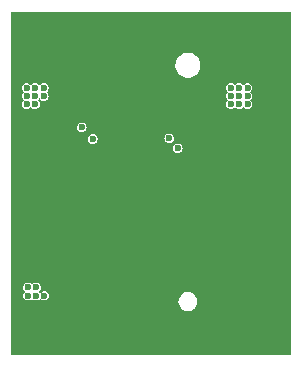
<source format=gbr>
%TF.GenerationSoftware,KiCad,Pcbnew,8.0.7*%
%TF.CreationDate,2025-04-01T17:50:48+03:00*%
%TF.ProjectId,RibbonExtentionCard,52696262-6f6e-4457-9874-656e74696f6e,rev?*%
%TF.SameCoordinates,Original*%
%TF.FileFunction,Copper,L3,Inr*%
%TF.FilePolarity,Positive*%
%FSLAX46Y46*%
G04 Gerber Fmt 4.6, Leading zero omitted, Abs format (unit mm)*
G04 Created by KiCad (PCBNEW 8.0.7) date 2025-04-01 17:50:48*
%MOMM*%
%LPD*%
G01*
G04 APERTURE LIST*
%TA.AperFunction,ViaPad*%
%ADD10C,0.600000*%
%TD*%
G04 APERTURE END LIST*
D10*
%TO.N,+3V3*%
X103550000Y-64900000D03*
X86300000Y-65600000D03*
X102150000Y-64900000D03*
X85550000Y-66300000D03*
X102150000Y-65600000D03*
X84950000Y-82500000D03*
X85650000Y-81800000D03*
X85650000Y-82500000D03*
X84850000Y-65600000D03*
X102850000Y-64900000D03*
X86350000Y-82500000D03*
X86300000Y-64900000D03*
X85550000Y-64900000D03*
X103550000Y-65600000D03*
X102150000Y-66300000D03*
X102850000Y-65600000D03*
X85550000Y-65600000D03*
X84850000Y-64900000D03*
X84950000Y-81800000D03*
X102850000Y-66300000D03*
X84850000Y-66300000D03*
X103550000Y-66300000D03*
%TO.N,GND*%
X94650000Y-81700000D03*
X91850000Y-74250000D03*
X83950000Y-72050000D03*
X105750000Y-81350000D03*
X91850000Y-72750000D03*
X105750000Y-74350000D03*
X91850000Y-77250000D03*
X89450000Y-75750000D03*
X105750000Y-64450000D03*
X99300000Y-68500000D03*
X83950000Y-65550000D03*
X91850000Y-71250000D03*
X99300000Y-81450000D03*
X99300000Y-67400000D03*
X83950000Y-68850000D03*
X99400000Y-59500000D03*
X89450000Y-72750000D03*
X98250000Y-84350000D03*
X83950000Y-80300000D03*
X83950000Y-70400000D03*
X91900000Y-63950000D03*
X89450000Y-77250000D03*
X89450000Y-78750000D03*
X83950000Y-77100000D03*
X105750000Y-61650000D03*
X99300000Y-72500000D03*
X83950000Y-75450000D03*
X83950000Y-73900000D03*
X94650000Y-72750000D03*
X105750000Y-77150000D03*
X95750000Y-60000000D03*
X91650000Y-67400000D03*
X83950000Y-64000000D03*
X99300000Y-78500000D03*
X99300000Y-86400000D03*
X90150000Y-61900000D03*
X105750000Y-80000000D03*
X83950000Y-67200000D03*
X105750000Y-78550000D03*
X89450000Y-80250000D03*
X105750000Y-65900000D03*
X86100000Y-63750000D03*
X85250000Y-63000000D03*
X105750000Y-70100000D03*
X91850000Y-78750000D03*
X89450000Y-81700000D03*
X94650000Y-77250000D03*
X94500000Y-84700000D03*
X89450000Y-74250000D03*
X105750000Y-63100000D03*
X99300000Y-80000000D03*
X99300000Y-75500000D03*
X93050000Y-60000000D03*
X99400000Y-60500000D03*
X94650000Y-75750000D03*
X91400000Y-83750000D03*
X99300000Y-71000000D03*
X94650000Y-69000000D03*
X94650000Y-78750000D03*
X83950000Y-78750000D03*
X99300000Y-85500000D03*
X89450000Y-71250000D03*
X105750000Y-67350000D03*
X105750000Y-71550000D03*
X91850000Y-75750000D03*
X105750000Y-84250000D03*
X83950000Y-81950000D03*
X94650000Y-71250000D03*
X92600000Y-84750000D03*
X94700000Y-63900000D03*
X96600000Y-62900000D03*
X105750000Y-68700000D03*
X91850000Y-81700000D03*
X94650000Y-67400000D03*
X105750000Y-75800000D03*
X105750000Y-72900000D03*
X94650000Y-80250000D03*
X91850000Y-80250000D03*
X99300000Y-74000000D03*
X94650000Y-74250000D03*
X99300000Y-77000000D03*
X105750000Y-82800000D03*
X86100000Y-63000000D03*
X90150000Y-60000000D03*
X89450000Y-69800000D03*
X85250000Y-63750000D03*
%TO.N,PCIe_PCH_CLKREQ#*%
X89510000Y-68249936D03*
X96920000Y-69180000D03*
%TO.N,PERST#*%
X97640000Y-70020000D03*
X90450000Y-69240000D03*
%TD*%
%TA.AperFunction,Conductor*%
%TO.N,GND*%
G36*
X107188577Y-58511923D02*
G01*
X107200000Y-58539500D01*
X107200000Y-87460500D01*
X107188577Y-87488077D01*
X107161000Y-87499500D01*
X83539500Y-87499500D01*
X83511923Y-87488077D01*
X83500500Y-87460500D01*
X83500500Y-82921156D01*
X97699614Y-82921156D01*
X97699614Y-83078844D01*
X97720123Y-83181948D01*
X97730378Y-83233503D01*
X97730380Y-83233507D01*
X97790722Y-83379185D01*
X97790723Y-83379187D01*
X97878324Y-83510292D01*
X97878327Y-83510295D01*
X97878328Y-83510297D01*
X97989830Y-83621799D01*
X98120942Y-83709405D01*
X98266619Y-83769746D01*
X98266623Y-83769748D01*
X98266624Y-83769748D01*
X98266626Y-83769749D01*
X98421283Y-83800513D01*
X98421287Y-83800513D01*
X98578967Y-83800513D01*
X98578971Y-83800513D01*
X98733628Y-83769749D01*
X98879312Y-83709405D01*
X99010424Y-83621799D01*
X99121926Y-83510297D01*
X99209532Y-83379185D01*
X99269876Y-83233501D01*
X99300640Y-83078844D01*
X99300640Y-82921156D01*
X99269876Y-82766499D01*
X99209532Y-82620815D01*
X99209530Y-82620812D01*
X99121929Y-82489707D01*
X99121924Y-82489701D01*
X99010425Y-82378202D01*
X99010419Y-82378197D01*
X98879314Y-82290596D01*
X98879312Y-82290595D01*
X98733634Y-82230253D01*
X98733630Y-82230251D01*
X98682075Y-82219996D01*
X98578971Y-82199487D01*
X98421283Y-82199487D01*
X98332907Y-82217066D01*
X98266623Y-82230251D01*
X98266619Y-82230253D01*
X98120941Y-82290595D01*
X98120939Y-82290596D01*
X97989834Y-82378197D01*
X97989828Y-82378202D01*
X97878329Y-82489701D01*
X97878324Y-82489707D01*
X97790723Y-82620812D01*
X97790722Y-82620814D01*
X97730380Y-82766492D01*
X97730378Y-82766496D01*
X97717808Y-82829690D01*
X97699614Y-82921156D01*
X83500500Y-82921156D01*
X83500500Y-81800000D01*
X84542483Y-81800000D01*
X84562427Y-81925930D01*
X84620309Y-82039527D01*
X84620313Y-82039533D01*
X84703203Y-82122423D01*
X84714626Y-82150000D01*
X84703203Y-82177577D01*
X84620313Y-82260466D01*
X84620309Y-82260472D01*
X84562427Y-82374069D01*
X84542483Y-82500000D01*
X84562427Y-82625930D01*
X84618193Y-82735374D01*
X84620312Y-82739532D01*
X84710468Y-82829688D01*
X84710472Y-82829690D01*
X84824069Y-82887572D01*
X84841287Y-82890298D01*
X84950000Y-82907517D01*
X85075930Y-82887572D01*
X85189532Y-82829688D01*
X85272423Y-82746797D01*
X85300000Y-82735374D01*
X85327577Y-82746797D01*
X85410468Y-82829688D01*
X85410472Y-82829690D01*
X85524069Y-82887572D01*
X85541287Y-82890298D01*
X85650000Y-82907517D01*
X85775930Y-82887572D01*
X85889532Y-82829688D01*
X85972423Y-82746797D01*
X86000000Y-82735374D01*
X86027577Y-82746797D01*
X86110468Y-82829688D01*
X86110472Y-82829690D01*
X86224069Y-82887572D01*
X86241287Y-82890298D01*
X86350000Y-82907517D01*
X86475930Y-82887572D01*
X86589532Y-82829688D01*
X86679688Y-82739532D01*
X86737572Y-82625930D01*
X86757517Y-82500000D01*
X86740298Y-82391287D01*
X86737572Y-82374069D01*
X86679690Y-82260472D01*
X86679688Y-82260468D01*
X86589532Y-82170312D01*
X86589529Y-82170310D01*
X86589527Y-82170309D01*
X86475930Y-82112427D01*
X86350000Y-82092483D01*
X86224069Y-82112427D01*
X86110472Y-82170309D01*
X86110466Y-82170313D01*
X86027577Y-82253203D01*
X86000000Y-82264626D01*
X85972423Y-82253203D01*
X85896797Y-82177577D01*
X85885374Y-82150000D01*
X85896797Y-82122423D01*
X85926737Y-82092483D01*
X85979688Y-82039532D01*
X86037572Y-81925930D01*
X86057517Y-81800000D01*
X86037572Y-81674070D01*
X86037572Y-81674069D01*
X85979690Y-81560472D01*
X85979688Y-81560468D01*
X85889532Y-81470312D01*
X85889529Y-81470310D01*
X85889527Y-81470309D01*
X85775930Y-81412427D01*
X85650000Y-81392483D01*
X85524069Y-81412427D01*
X85410472Y-81470309D01*
X85410466Y-81470313D01*
X85327577Y-81553203D01*
X85300000Y-81564626D01*
X85272423Y-81553203D01*
X85189533Y-81470313D01*
X85189532Y-81470312D01*
X85189529Y-81470310D01*
X85189527Y-81470309D01*
X85075930Y-81412427D01*
X84950000Y-81392483D01*
X84824069Y-81412427D01*
X84710472Y-81470309D01*
X84710466Y-81470313D01*
X84620313Y-81560466D01*
X84620309Y-81560472D01*
X84562427Y-81674069D01*
X84542483Y-81800000D01*
X83500500Y-81800000D01*
X83500500Y-70020000D01*
X97232483Y-70020000D01*
X97252427Y-70145930D01*
X97310309Y-70259527D01*
X97310312Y-70259532D01*
X97400468Y-70349688D01*
X97400472Y-70349690D01*
X97514069Y-70407572D01*
X97531287Y-70410298D01*
X97640000Y-70427517D01*
X97765930Y-70407572D01*
X97879532Y-70349688D01*
X97969688Y-70259532D01*
X98027572Y-70145930D01*
X98047517Y-70020000D01*
X98027572Y-69894070D01*
X98027572Y-69894069D01*
X97969690Y-69780472D01*
X97969688Y-69780468D01*
X97879532Y-69690312D01*
X97879529Y-69690310D01*
X97879527Y-69690309D01*
X97765930Y-69632427D01*
X97640000Y-69612483D01*
X97514069Y-69632427D01*
X97400472Y-69690309D01*
X97400466Y-69690313D01*
X97310313Y-69780466D01*
X97310309Y-69780472D01*
X97252427Y-69894069D01*
X97232483Y-70020000D01*
X83500500Y-70020000D01*
X83500500Y-69240000D01*
X90042483Y-69240000D01*
X90062427Y-69365930D01*
X90120309Y-69479527D01*
X90120312Y-69479532D01*
X90210468Y-69569688D01*
X90210472Y-69569690D01*
X90324069Y-69627572D01*
X90341287Y-69630298D01*
X90450000Y-69647517D01*
X90575930Y-69627572D01*
X90689532Y-69569688D01*
X90779688Y-69479532D01*
X90837572Y-69365930D01*
X90857517Y-69240000D01*
X90848014Y-69180000D01*
X96512483Y-69180000D01*
X96532427Y-69305930D01*
X96590309Y-69419527D01*
X96590312Y-69419532D01*
X96680468Y-69509688D01*
X96680472Y-69509690D01*
X96794069Y-69567572D01*
X96807430Y-69569688D01*
X96920000Y-69587517D01*
X97045930Y-69567572D01*
X97159532Y-69509688D01*
X97249688Y-69419532D01*
X97307572Y-69305930D01*
X97327517Y-69180000D01*
X97307572Y-69054070D01*
X97307572Y-69054069D01*
X97249690Y-68940472D01*
X97249688Y-68940468D01*
X97159532Y-68850312D01*
X97159529Y-68850310D01*
X97159527Y-68850309D01*
X97045930Y-68792427D01*
X96920000Y-68772483D01*
X96794069Y-68792427D01*
X96680472Y-68850309D01*
X96680466Y-68850313D01*
X96590313Y-68940466D01*
X96590309Y-68940472D01*
X96532427Y-69054069D01*
X96512483Y-69180000D01*
X90848014Y-69180000D01*
X90837572Y-69114070D01*
X90837572Y-69114069D01*
X90779690Y-69000472D01*
X90779688Y-69000468D01*
X90689532Y-68910312D01*
X90689529Y-68910310D01*
X90689527Y-68910309D01*
X90575930Y-68852427D01*
X90450000Y-68832483D01*
X90324069Y-68852427D01*
X90210472Y-68910309D01*
X90210466Y-68910313D01*
X90120313Y-69000466D01*
X90120309Y-69000472D01*
X90062427Y-69114069D01*
X90042483Y-69240000D01*
X83500500Y-69240000D01*
X83500500Y-68249936D01*
X89102483Y-68249936D01*
X89122427Y-68375866D01*
X89180309Y-68489463D01*
X89180312Y-68489468D01*
X89270468Y-68579624D01*
X89270472Y-68579626D01*
X89384069Y-68637508D01*
X89401287Y-68640234D01*
X89510000Y-68657453D01*
X89635930Y-68637508D01*
X89749532Y-68579624D01*
X89839688Y-68489468D01*
X89897572Y-68375866D01*
X89917517Y-68249936D01*
X89897572Y-68124006D01*
X89897572Y-68124005D01*
X89839690Y-68010408D01*
X89839688Y-68010404D01*
X89749532Y-67920248D01*
X89749529Y-67920246D01*
X89749527Y-67920245D01*
X89635930Y-67862363D01*
X89510000Y-67842419D01*
X89384069Y-67862363D01*
X89270472Y-67920245D01*
X89270466Y-67920249D01*
X89180313Y-68010402D01*
X89180309Y-68010408D01*
X89122427Y-68124005D01*
X89102483Y-68249936D01*
X83500500Y-68249936D01*
X83500500Y-64900000D01*
X84442483Y-64900000D01*
X84462427Y-65025930D01*
X84501064Y-65101757D01*
X84520311Y-65139531D01*
X84520313Y-65139533D01*
X84603203Y-65222423D01*
X84614626Y-65250000D01*
X84603203Y-65277577D01*
X84520313Y-65360466D01*
X84520309Y-65360472D01*
X84462427Y-65474069D01*
X84442483Y-65600000D01*
X84462427Y-65725930D01*
X84501064Y-65801757D01*
X84520311Y-65839531D01*
X84520313Y-65839533D01*
X84603203Y-65922423D01*
X84614626Y-65950000D01*
X84603203Y-65977577D01*
X84520313Y-66060466D01*
X84520309Y-66060472D01*
X84462427Y-66174069D01*
X84442483Y-66300000D01*
X84462427Y-66425930D01*
X84518193Y-66535374D01*
X84520312Y-66539532D01*
X84610468Y-66629688D01*
X84610472Y-66629690D01*
X84724069Y-66687572D01*
X84741287Y-66690298D01*
X84850000Y-66707517D01*
X84975930Y-66687572D01*
X85089532Y-66629688D01*
X85172423Y-66546797D01*
X85200000Y-66535374D01*
X85227577Y-66546797D01*
X85310468Y-66629688D01*
X85310472Y-66629690D01*
X85424069Y-66687572D01*
X85441287Y-66690298D01*
X85550000Y-66707517D01*
X85675930Y-66687572D01*
X85789532Y-66629688D01*
X85879688Y-66539532D01*
X85937572Y-66425930D01*
X85957517Y-66300000D01*
X85937572Y-66174070D01*
X85937572Y-66174069D01*
X85879690Y-66060472D01*
X85879688Y-66060468D01*
X85796797Y-65977577D01*
X85785374Y-65950000D01*
X85796797Y-65922423D01*
X85879685Y-65839535D01*
X85879687Y-65839533D01*
X85879688Y-65839532D01*
X85890250Y-65818801D01*
X85912948Y-65799416D01*
X85942705Y-65801757D01*
X85959748Y-65818800D01*
X85965372Y-65829838D01*
X85970311Y-65839531D01*
X85970314Y-65839535D01*
X86053203Y-65922423D01*
X86060468Y-65929688D01*
X86060472Y-65929690D01*
X86174069Y-65987572D01*
X86191287Y-65990298D01*
X86300000Y-66007517D01*
X86425930Y-65987572D01*
X86539532Y-65929688D01*
X86629688Y-65839532D01*
X86687572Y-65725930D01*
X86707517Y-65600000D01*
X86687572Y-65474070D01*
X86687572Y-65474069D01*
X86629690Y-65360472D01*
X86629688Y-65360468D01*
X86546797Y-65277577D01*
X86535374Y-65250000D01*
X86546797Y-65222423D01*
X86629688Y-65139532D01*
X86687572Y-65025930D01*
X86707517Y-64900000D01*
X101742483Y-64900000D01*
X101762427Y-65025930D01*
X101801064Y-65101757D01*
X101820311Y-65139531D01*
X101820313Y-65139533D01*
X101903203Y-65222423D01*
X101914626Y-65250000D01*
X101903203Y-65277577D01*
X101820313Y-65360466D01*
X101820309Y-65360472D01*
X101762427Y-65474069D01*
X101742483Y-65600000D01*
X101762427Y-65725930D01*
X101801064Y-65801757D01*
X101820311Y-65839531D01*
X101820313Y-65839533D01*
X101903203Y-65922423D01*
X101914626Y-65950000D01*
X101903203Y-65977577D01*
X101820313Y-66060466D01*
X101820309Y-66060472D01*
X101762427Y-66174069D01*
X101742483Y-66300000D01*
X101762427Y-66425930D01*
X101818193Y-66535374D01*
X101820312Y-66539532D01*
X101910468Y-66629688D01*
X101910472Y-66629690D01*
X102024069Y-66687572D01*
X102041287Y-66690298D01*
X102150000Y-66707517D01*
X102275930Y-66687572D01*
X102389532Y-66629688D01*
X102472423Y-66546797D01*
X102500000Y-66535374D01*
X102527577Y-66546797D01*
X102610468Y-66629688D01*
X102610472Y-66629690D01*
X102724069Y-66687572D01*
X102741287Y-66690298D01*
X102850000Y-66707517D01*
X102975930Y-66687572D01*
X103089532Y-66629688D01*
X103172423Y-66546797D01*
X103200000Y-66535374D01*
X103227577Y-66546797D01*
X103310468Y-66629688D01*
X103310472Y-66629690D01*
X103424069Y-66687572D01*
X103441287Y-66690298D01*
X103550000Y-66707517D01*
X103675930Y-66687572D01*
X103789532Y-66629688D01*
X103879688Y-66539532D01*
X103937572Y-66425930D01*
X103957517Y-66300000D01*
X103937572Y-66174070D01*
X103937572Y-66174069D01*
X103879690Y-66060472D01*
X103879688Y-66060468D01*
X103796797Y-65977577D01*
X103785374Y-65950000D01*
X103796797Y-65922423D01*
X103879688Y-65839532D01*
X103937572Y-65725930D01*
X103957517Y-65600000D01*
X103937572Y-65474070D01*
X103937572Y-65474069D01*
X103879690Y-65360472D01*
X103879688Y-65360468D01*
X103796797Y-65277577D01*
X103785374Y-65250000D01*
X103796797Y-65222423D01*
X103879688Y-65139532D01*
X103937572Y-65025930D01*
X103957517Y-64900000D01*
X103937572Y-64774070D01*
X103937572Y-64774069D01*
X103879690Y-64660472D01*
X103879688Y-64660468D01*
X103789532Y-64570312D01*
X103789529Y-64570310D01*
X103789527Y-64570309D01*
X103675930Y-64512427D01*
X103550000Y-64492483D01*
X103424069Y-64512427D01*
X103310472Y-64570309D01*
X103310466Y-64570313D01*
X103227577Y-64653203D01*
X103200000Y-64664626D01*
X103172423Y-64653203D01*
X103089533Y-64570313D01*
X103089532Y-64570312D01*
X103089529Y-64570310D01*
X103089527Y-64570309D01*
X102975930Y-64512427D01*
X102850000Y-64492483D01*
X102724069Y-64512427D01*
X102610472Y-64570309D01*
X102610466Y-64570313D01*
X102527577Y-64653203D01*
X102500000Y-64664626D01*
X102472423Y-64653203D01*
X102389533Y-64570313D01*
X102389532Y-64570312D01*
X102389529Y-64570310D01*
X102389527Y-64570309D01*
X102275930Y-64512427D01*
X102150000Y-64492483D01*
X102024069Y-64512427D01*
X101910472Y-64570309D01*
X101910466Y-64570313D01*
X101820313Y-64660466D01*
X101820309Y-64660472D01*
X101762427Y-64774069D01*
X101742483Y-64900000D01*
X86707517Y-64900000D01*
X86687572Y-64774070D01*
X86687572Y-64774069D01*
X86629690Y-64660472D01*
X86629688Y-64660468D01*
X86539532Y-64570312D01*
X86539529Y-64570310D01*
X86539527Y-64570309D01*
X86425930Y-64512427D01*
X86300000Y-64492483D01*
X86174069Y-64512427D01*
X86060472Y-64570309D01*
X86060466Y-64570313D01*
X85970313Y-64660466D01*
X85970309Y-64660472D01*
X85959749Y-64681197D01*
X85937051Y-64700582D01*
X85907294Y-64698240D01*
X85890251Y-64681197D01*
X85879690Y-64660472D01*
X85879688Y-64660468D01*
X85789532Y-64570312D01*
X85789529Y-64570310D01*
X85789527Y-64570309D01*
X85675930Y-64512427D01*
X85550000Y-64492483D01*
X85424069Y-64512427D01*
X85310472Y-64570309D01*
X85310466Y-64570313D01*
X85227577Y-64653203D01*
X85200000Y-64664626D01*
X85172423Y-64653203D01*
X85089533Y-64570313D01*
X85089532Y-64570312D01*
X85089529Y-64570310D01*
X85089527Y-64570309D01*
X84975930Y-64512427D01*
X84850000Y-64492483D01*
X84724069Y-64512427D01*
X84610472Y-64570309D01*
X84610466Y-64570313D01*
X84520313Y-64660466D01*
X84520309Y-64660472D01*
X84462427Y-64774069D01*
X84442483Y-64900000D01*
X83500500Y-64900000D01*
X83500500Y-62896535D01*
X97449627Y-62896535D01*
X97449627Y-63103465D01*
X97472605Y-63218984D01*
X97489996Y-63306418D01*
X97489997Y-63306420D01*
X97569186Y-63497598D01*
X97569187Y-63497600D01*
X97684146Y-63669650D01*
X97684149Y-63669653D01*
X97684150Y-63669655D01*
X97830472Y-63815977D01*
X98002529Y-63930941D01*
X98193707Y-64010130D01*
X98396662Y-64050500D01*
X98396667Y-64050500D01*
X98603587Y-64050500D01*
X98603592Y-64050500D01*
X98806547Y-64010130D01*
X98997725Y-63930941D01*
X99169782Y-63815977D01*
X99316104Y-63669655D01*
X99431068Y-63497598D01*
X99510257Y-63306420D01*
X99550627Y-63103465D01*
X99550627Y-62896535D01*
X99510257Y-62693580D01*
X99431068Y-62502402D01*
X99316104Y-62330345D01*
X99169782Y-62184023D01*
X99169780Y-62184022D01*
X99169777Y-62184019D01*
X98997727Y-62069060D01*
X98997725Y-62069059D01*
X98806547Y-61989870D01*
X98806545Y-61989869D01*
X98719111Y-61972478D01*
X98603592Y-61949500D01*
X98396662Y-61949500D01*
X98295533Y-61969615D01*
X98193708Y-61989869D01*
X98193706Y-61989870D01*
X98002528Y-62069059D01*
X98002526Y-62069060D01*
X97830476Y-62184019D01*
X97830470Y-62184024D01*
X97684151Y-62330343D01*
X97684146Y-62330349D01*
X97569187Y-62502399D01*
X97569186Y-62502401D01*
X97489997Y-62693579D01*
X97489996Y-62693581D01*
X97466860Y-62809895D01*
X97449627Y-62896535D01*
X83500500Y-62896535D01*
X83500500Y-58539500D01*
X83511923Y-58511923D01*
X83539500Y-58500500D01*
X107161000Y-58500500D01*
X107188577Y-58511923D01*
G37*
%TD.AperFunction*%
%TD*%
%TA.AperFunction,Conductor*%
%TO.N,GND*%
G36*
X107159191Y-58519407D02*
G01*
X107195155Y-58568907D01*
X107200000Y-58599500D01*
X107200000Y-87400500D01*
X107181093Y-87458691D01*
X107131593Y-87494655D01*
X107101000Y-87499500D01*
X83599500Y-87499500D01*
X83541309Y-87480593D01*
X83505345Y-87431093D01*
X83500500Y-87400500D01*
X83500500Y-81799997D01*
X84444353Y-81799997D01*
X84444353Y-81800002D01*
X84464834Y-81942456D01*
X84524623Y-82073373D01*
X84534845Y-82085171D01*
X84558661Y-82141531D01*
X84544801Y-82201126D01*
X84534845Y-82214829D01*
X84524623Y-82226626D01*
X84464834Y-82357543D01*
X84444353Y-82499997D01*
X84444353Y-82500002D01*
X84464834Y-82642456D01*
X84521483Y-82766497D01*
X84524623Y-82773373D01*
X84600000Y-82860363D01*
X84618873Y-82882144D01*
X84679579Y-82921157D01*
X84739947Y-82959953D01*
X84846403Y-82991211D01*
X84878035Y-83000499D01*
X84878036Y-83000499D01*
X84878039Y-83000500D01*
X84878041Y-83000500D01*
X85021959Y-83000500D01*
X85021961Y-83000500D01*
X85160053Y-82959953D01*
X85246477Y-82904412D01*
X85305652Y-82888857D01*
X85353523Y-82904412D01*
X85379577Y-82921156D01*
X85439947Y-82959953D01*
X85546403Y-82991211D01*
X85578035Y-83000499D01*
X85578036Y-83000499D01*
X85578039Y-83000500D01*
X85578041Y-83000500D01*
X85721959Y-83000500D01*
X85721961Y-83000500D01*
X85860053Y-82959953D01*
X85946477Y-82904412D01*
X86005652Y-82888857D01*
X86053523Y-82904412D01*
X86079577Y-82921156D01*
X86139947Y-82959953D01*
X86246403Y-82991211D01*
X86278035Y-83000499D01*
X86278036Y-83000499D01*
X86278039Y-83000500D01*
X86278041Y-83000500D01*
X86421959Y-83000500D01*
X86421961Y-83000500D01*
X86560053Y-82959953D01*
X86620424Y-82921155D01*
X97699614Y-82921155D01*
X97699614Y-83078844D01*
X97730378Y-83233502D01*
X97790720Y-83379182D01*
X97790721Y-83379184D01*
X97790722Y-83379185D01*
X97878328Y-83510297D01*
X97989830Y-83621799D01*
X98120942Y-83709405D01*
X98266626Y-83769749D01*
X98421283Y-83800513D01*
X98421284Y-83800513D01*
X98578970Y-83800513D01*
X98578971Y-83800513D01*
X98733628Y-83769749D01*
X98879312Y-83709405D01*
X99010424Y-83621799D01*
X99121926Y-83510297D01*
X99209532Y-83379185D01*
X99269876Y-83233501D01*
X99300640Y-83078844D01*
X99300640Y-82921156D01*
X99269876Y-82766499D01*
X99209532Y-82620815D01*
X99121926Y-82489703D01*
X99010424Y-82378201D01*
X98879312Y-82290595D01*
X98879311Y-82290594D01*
X98879309Y-82290593D01*
X98733629Y-82230251D01*
X98578971Y-82199487D01*
X98421283Y-82199487D01*
X98421282Y-82199487D01*
X98266624Y-82230251D01*
X98120944Y-82290593D01*
X97989833Y-82378198D01*
X97878325Y-82489706D01*
X97790720Y-82620817D01*
X97730378Y-82766497D01*
X97699614Y-82921155D01*
X86620424Y-82921155D01*
X86681128Y-82882143D01*
X86775377Y-82773373D01*
X86835165Y-82642457D01*
X86855647Y-82500000D01*
X86835165Y-82357543D01*
X86775377Y-82226627D01*
X86681128Y-82117857D01*
X86681127Y-82117856D01*
X86681126Y-82117855D01*
X86560057Y-82040049D01*
X86560054Y-82040047D01*
X86560053Y-82040047D01*
X86560050Y-82040046D01*
X86421964Y-81999500D01*
X86421961Y-81999500D01*
X86278039Y-81999500D01*
X86278038Y-81999500D01*
X86278030Y-81999501D01*
X86268106Y-82002415D01*
X86206946Y-82000665D01*
X86158495Y-81963299D01*
X86141261Y-81904591D01*
X86142228Y-81893335D01*
X86155647Y-81800002D01*
X86155647Y-81799997D01*
X86135165Y-81657543D01*
X86075377Y-81526628D01*
X86075377Y-81526627D01*
X85981128Y-81417857D01*
X85981127Y-81417856D01*
X85981126Y-81417855D01*
X85860057Y-81340049D01*
X85860054Y-81340047D01*
X85860053Y-81340047D01*
X85860050Y-81340046D01*
X85721964Y-81299500D01*
X85721961Y-81299500D01*
X85578039Y-81299500D01*
X85578035Y-81299500D01*
X85439949Y-81340046D01*
X85439947Y-81340047D01*
X85353523Y-81395588D01*
X85294347Y-81411141D01*
X85246477Y-81395588D01*
X85225547Y-81382137D01*
X85160053Y-81340047D01*
X85160050Y-81340046D01*
X85021964Y-81299500D01*
X85021961Y-81299500D01*
X84878039Y-81299500D01*
X84878035Y-81299500D01*
X84739949Y-81340046D01*
X84739942Y-81340049D01*
X84618873Y-81417855D01*
X84524622Y-81526628D01*
X84464834Y-81657543D01*
X84444353Y-81799997D01*
X83500500Y-81799997D01*
X83500500Y-69239997D01*
X89944353Y-69239997D01*
X89944353Y-69240002D01*
X89964834Y-69382456D01*
X90020826Y-69505059D01*
X90024623Y-69513373D01*
X90066883Y-69562144D01*
X90118873Y-69622144D01*
X90209676Y-69680499D01*
X90239947Y-69699953D01*
X90346403Y-69731211D01*
X90378035Y-69740499D01*
X90378036Y-69740499D01*
X90378039Y-69740500D01*
X90378041Y-69740500D01*
X90521959Y-69740500D01*
X90521961Y-69740500D01*
X90660053Y-69699953D01*
X90781128Y-69622143D01*
X90875377Y-69513373D01*
X90935165Y-69382457D01*
X90955647Y-69240000D01*
X90947020Y-69180000D01*
X90947020Y-69179997D01*
X96414353Y-69179997D01*
X96414353Y-69180002D01*
X96434834Y-69322456D01*
X96494622Y-69453371D01*
X96494623Y-69453373D01*
X96587055Y-69560046D01*
X96588873Y-69562144D01*
X96709942Y-69639950D01*
X96709947Y-69639953D01*
X96816403Y-69671211D01*
X96848035Y-69680499D01*
X96848036Y-69680499D01*
X96848039Y-69680500D01*
X96848041Y-69680500D01*
X96991959Y-69680500D01*
X96991961Y-69680500D01*
X97075983Y-69655829D01*
X97137140Y-69657576D01*
X97185593Y-69694939D01*
X97202832Y-69753645D01*
X97193926Y-69791945D01*
X97154833Y-69877545D01*
X97134353Y-70019997D01*
X97134353Y-70020002D01*
X97154834Y-70162456D01*
X97214622Y-70293371D01*
X97214623Y-70293373D01*
X97308872Y-70402143D01*
X97308873Y-70402144D01*
X97429942Y-70479950D01*
X97429947Y-70479953D01*
X97536403Y-70511211D01*
X97568035Y-70520499D01*
X97568036Y-70520499D01*
X97568039Y-70520500D01*
X97568041Y-70520500D01*
X97711959Y-70520500D01*
X97711961Y-70520500D01*
X97850053Y-70479953D01*
X97971128Y-70402143D01*
X98065377Y-70293373D01*
X98125165Y-70162457D01*
X98145647Y-70020000D01*
X98125165Y-69877543D01*
X98065377Y-69746627D01*
X97971128Y-69637857D01*
X97971127Y-69637856D01*
X97971126Y-69637855D01*
X97850057Y-69560049D01*
X97850054Y-69560047D01*
X97850053Y-69560047D01*
X97850050Y-69560046D01*
X97711964Y-69519500D01*
X97711961Y-69519500D01*
X97568039Y-69519500D01*
X97568035Y-69519500D01*
X97484018Y-69544170D01*
X97422857Y-69542422D01*
X97374405Y-69505059D01*
X97357167Y-69446352D01*
X97366074Y-69408053D01*
X97405165Y-69322457D01*
X97417020Y-69240002D01*
X97425647Y-69180002D01*
X97425647Y-69179997D01*
X97405165Y-69037543D01*
X97345377Y-68906628D01*
X97345377Y-68906627D01*
X97251128Y-68797857D01*
X97251127Y-68797856D01*
X97251126Y-68797855D01*
X97130057Y-68720049D01*
X97130054Y-68720047D01*
X97130053Y-68720047D01*
X97130050Y-68720046D01*
X96991964Y-68679500D01*
X96991961Y-68679500D01*
X96848039Y-68679500D01*
X96848035Y-68679500D01*
X96709949Y-68720046D01*
X96709942Y-68720049D01*
X96588873Y-68797855D01*
X96494622Y-68906628D01*
X96434834Y-69037543D01*
X96414353Y-69179997D01*
X90947020Y-69179997D01*
X90935165Y-69097543D01*
X90875377Y-68966627D01*
X90781128Y-68857857D01*
X90781127Y-68857856D01*
X90781126Y-68857855D01*
X90660057Y-68780049D01*
X90660054Y-68780047D01*
X90660053Y-68780047D01*
X90660050Y-68780046D01*
X90521964Y-68739500D01*
X90521961Y-68739500D01*
X90378039Y-68739500D01*
X90378035Y-68739500D01*
X90239949Y-68780046D01*
X90239942Y-68780049D01*
X90118873Y-68857855D01*
X90024622Y-68966628D01*
X89964834Y-69097543D01*
X89944353Y-69239997D01*
X83500500Y-69239997D01*
X83500500Y-68249933D01*
X89004353Y-68249933D01*
X89004353Y-68249938D01*
X89024834Y-68392392D01*
X89084622Y-68523307D01*
X89084623Y-68523309D01*
X89178872Y-68632079D01*
X89178873Y-68632080D01*
X89299942Y-68709886D01*
X89299947Y-68709889D01*
X89400794Y-68739500D01*
X89438035Y-68750435D01*
X89438036Y-68750435D01*
X89438039Y-68750436D01*
X89438041Y-68750436D01*
X89581959Y-68750436D01*
X89581961Y-68750436D01*
X89720053Y-68709889D01*
X89841128Y-68632079D01*
X89935377Y-68523309D01*
X89995165Y-68392393D01*
X90015647Y-68249936D01*
X89995165Y-68107479D01*
X89935377Y-67976563D01*
X89841128Y-67867793D01*
X89841127Y-67867792D01*
X89841126Y-67867791D01*
X89720057Y-67789985D01*
X89720054Y-67789983D01*
X89720053Y-67789983D01*
X89720050Y-67789982D01*
X89581964Y-67749436D01*
X89581961Y-67749436D01*
X89438039Y-67749436D01*
X89438035Y-67749436D01*
X89299949Y-67789982D01*
X89299942Y-67789985D01*
X89178873Y-67867791D01*
X89084622Y-67976564D01*
X89024834Y-68107479D01*
X89004353Y-68249933D01*
X83500500Y-68249933D01*
X83500500Y-64899997D01*
X84344353Y-64899997D01*
X84344353Y-64900002D01*
X84364834Y-65042456D01*
X84424623Y-65173373D01*
X84434845Y-65185171D01*
X84458661Y-65241531D01*
X84444801Y-65301126D01*
X84434845Y-65314829D01*
X84424623Y-65326626D01*
X84364834Y-65457543D01*
X84344353Y-65599997D01*
X84344353Y-65600002D01*
X84364834Y-65742456D01*
X84424623Y-65873373D01*
X84434845Y-65885171D01*
X84458661Y-65941531D01*
X84444801Y-66001126D01*
X84434845Y-66014829D01*
X84424623Y-66026626D01*
X84364834Y-66157543D01*
X84344353Y-66299997D01*
X84344353Y-66300002D01*
X84364834Y-66442456D01*
X84424622Y-66573371D01*
X84424623Y-66573373D01*
X84500000Y-66660363D01*
X84518873Y-66682144D01*
X84529319Y-66688857D01*
X84639947Y-66759953D01*
X84746403Y-66791211D01*
X84778035Y-66800499D01*
X84778036Y-66800499D01*
X84778039Y-66800500D01*
X84778041Y-66800500D01*
X84921959Y-66800500D01*
X84921961Y-66800500D01*
X85060053Y-66759953D01*
X85146477Y-66704412D01*
X85205652Y-66688857D01*
X85253523Y-66704412D01*
X85339947Y-66759953D01*
X85446403Y-66791211D01*
X85478035Y-66800499D01*
X85478036Y-66800499D01*
X85478039Y-66800500D01*
X85478041Y-66800500D01*
X85621959Y-66800500D01*
X85621961Y-66800500D01*
X85760053Y-66759953D01*
X85881128Y-66682143D01*
X85975377Y-66573373D01*
X86035165Y-66442457D01*
X86055647Y-66300000D01*
X86040024Y-66191335D01*
X86050457Y-66131046D01*
X86094335Y-66088403D01*
X86154898Y-66079696D01*
X86165893Y-66082252D01*
X86228039Y-66100500D01*
X86228041Y-66100500D01*
X86371959Y-66100500D01*
X86371961Y-66100500D01*
X86510053Y-66059953D01*
X86631128Y-65982143D01*
X86725377Y-65873373D01*
X86785165Y-65742457D01*
X86805647Y-65600000D01*
X86785165Y-65457543D01*
X86725377Y-65326627D01*
X86715155Y-65314831D01*
X86691337Y-65258475D01*
X86705194Y-65198880D01*
X86715150Y-65185174D01*
X86725377Y-65173373D01*
X86785165Y-65042457D01*
X86805647Y-64900000D01*
X86805647Y-64899997D01*
X101644353Y-64899997D01*
X101644353Y-64900002D01*
X101664834Y-65042456D01*
X101724623Y-65173373D01*
X101734845Y-65185171D01*
X101758661Y-65241531D01*
X101744801Y-65301126D01*
X101734845Y-65314829D01*
X101724623Y-65326626D01*
X101664834Y-65457543D01*
X101644353Y-65599997D01*
X101644353Y-65600002D01*
X101664834Y-65742456D01*
X101724623Y-65873373D01*
X101734845Y-65885171D01*
X101758661Y-65941531D01*
X101744801Y-66001126D01*
X101734845Y-66014829D01*
X101724623Y-66026626D01*
X101664834Y-66157543D01*
X101644353Y-66299997D01*
X101644353Y-66300002D01*
X101664834Y-66442456D01*
X101724622Y-66573371D01*
X101724623Y-66573373D01*
X101800000Y-66660363D01*
X101818873Y-66682144D01*
X101829319Y-66688857D01*
X101939947Y-66759953D01*
X102046403Y-66791211D01*
X102078035Y-66800499D01*
X102078036Y-66800499D01*
X102078039Y-66800500D01*
X102078041Y-66800500D01*
X102221959Y-66800500D01*
X102221961Y-66800500D01*
X102360053Y-66759953D01*
X102446477Y-66704412D01*
X102505652Y-66688857D01*
X102553523Y-66704412D01*
X102639947Y-66759953D01*
X102746403Y-66791211D01*
X102778035Y-66800499D01*
X102778036Y-66800499D01*
X102778039Y-66800500D01*
X102778041Y-66800500D01*
X102921959Y-66800500D01*
X102921961Y-66800500D01*
X103060053Y-66759953D01*
X103146477Y-66704412D01*
X103205652Y-66688857D01*
X103253523Y-66704412D01*
X103339947Y-66759953D01*
X103446403Y-66791211D01*
X103478035Y-66800499D01*
X103478036Y-66800499D01*
X103478039Y-66800500D01*
X103478041Y-66800500D01*
X103621959Y-66800500D01*
X103621961Y-66800500D01*
X103760053Y-66759953D01*
X103881128Y-66682143D01*
X103975377Y-66573373D01*
X104035165Y-66442457D01*
X104055647Y-66300000D01*
X104035165Y-66157543D01*
X103975377Y-66026627D01*
X103965155Y-66014831D01*
X103941337Y-65958475D01*
X103955194Y-65898880D01*
X103965150Y-65885174D01*
X103975377Y-65873373D01*
X104035165Y-65742457D01*
X104055647Y-65600000D01*
X104035165Y-65457543D01*
X103975377Y-65326627D01*
X103965155Y-65314831D01*
X103941337Y-65258475D01*
X103955194Y-65198880D01*
X103965150Y-65185174D01*
X103975377Y-65173373D01*
X104035165Y-65042457D01*
X104055647Y-64900000D01*
X104035165Y-64757543D01*
X103975377Y-64626627D01*
X103881128Y-64517857D01*
X103881127Y-64517856D01*
X103881126Y-64517855D01*
X103760057Y-64440049D01*
X103760054Y-64440047D01*
X103760053Y-64440047D01*
X103760050Y-64440046D01*
X103621964Y-64399500D01*
X103621961Y-64399500D01*
X103478039Y-64399500D01*
X103478035Y-64399500D01*
X103339949Y-64440046D01*
X103339947Y-64440047D01*
X103253523Y-64495588D01*
X103194347Y-64511141D01*
X103146477Y-64495588D01*
X103125547Y-64482137D01*
X103060053Y-64440047D01*
X103060050Y-64440046D01*
X102921964Y-64399500D01*
X102921961Y-64399500D01*
X102778039Y-64399500D01*
X102778035Y-64399500D01*
X102639949Y-64440046D01*
X102639947Y-64440047D01*
X102553523Y-64495588D01*
X102494347Y-64511141D01*
X102446477Y-64495588D01*
X102425547Y-64482137D01*
X102360053Y-64440047D01*
X102360050Y-64440046D01*
X102221964Y-64399500D01*
X102221961Y-64399500D01*
X102078039Y-64399500D01*
X102078035Y-64399500D01*
X101939949Y-64440046D01*
X101939942Y-64440049D01*
X101818873Y-64517855D01*
X101724622Y-64626628D01*
X101664834Y-64757543D01*
X101644353Y-64899997D01*
X86805647Y-64899997D01*
X86785165Y-64757543D01*
X86725377Y-64626627D01*
X86631128Y-64517857D01*
X86631127Y-64517856D01*
X86631126Y-64517855D01*
X86510057Y-64440049D01*
X86510054Y-64440047D01*
X86510053Y-64440047D01*
X86510050Y-64440046D01*
X86371964Y-64399500D01*
X86371961Y-64399500D01*
X86228039Y-64399500D01*
X86228035Y-64399500D01*
X86089949Y-64440046D01*
X86089942Y-64440049D01*
X85978523Y-64511654D01*
X85919348Y-64527209D01*
X85871477Y-64511654D01*
X85760057Y-64440049D01*
X85760054Y-64440047D01*
X85760053Y-64440047D01*
X85760050Y-64440046D01*
X85621964Y-64399500D01*
X85621961Y-64399500D01*
X85478039Y-64399500D01*
X85478035Y-64399500D01*
X85339949Y-64440046D01*
X85339947Y-64440047D01*
X85253523Y-64495588D01*
X85194347Y-64511141D01*
X85146477Y-64495588D01*
X85125547Y-64482137D01*
X85060053Y-64440047D01*
X85060050Y-64440046D01*
X84921964Y-64399500D01*
X84921961Y-64399500D01*
X84778039Y-64399500D01*
X84778035Y-64399500D01*
X84639949Y-64440046D01*
X84639942Y-64440049D01*
X84518873Y-64517855D01*
X84424622Y-64626628D01*
X84364834Y-64757543D01*
X84344353Y-64899997D01*
X83500500Y-64899997D01*
X83500500Y-62896532D01*
X97449627Y-62896532D01*
X97449627Y-63103467D01*
X97489996Y-63306418D01*
X97569185Y-63497597D01*
X97569186Y-63497598D01*
X97684150Y-63669655D01*
X97830472Y-63815977D01*
X98002529Y-63930941D01*
X98193707Y-64010130D01*
X98396662Y-64050500D01*
X98396663Y-64050500D01*
X98603591Y-64050500D01*
X98603592Y-64050500D01*
X98806547Y-64010130D01*
X98997725Y-63930941D01*
X99169782Y-63815977D01*
X99316104Y-63669655D01*
X99431068Y-63497598D01*
X99510257Y-63306420D01*
X99550627Y-63103465D01*
X99550627Y-62896535D01*
X99510257Y-62693580D01*
X99431068Y-62502402D01*
X99316104Y-62330345D01*
X99169782Y-62184023D01*
X98997725Y-62069059D01*
X98997726Y-62069059D01*
X98997724Y-62069058D01*
X98806545Y-61989869D01*
X98603594Y-61949500D01*
X98603592Y-61949500D01*
X98396662Y-61949500D01*
X98396659Y-61949500D01*
X98193708Y-61989869D01*
X98002529Y-62069058D01*
X97830475Y-62184020D01*
X97684147Y-62330348D01*
X97569185Y-62502402D01*
X97489996Y-62693581D01*
X97449627Y-62896532D01*
X83500500Y-62896532D01*
X83500500Y-58599500D01*
X83519407Y-58541309D01*
X83568907Y-58505345D01*
X83599500Y-58500500D01*
X107101000Y-58500500D01*
X107159191Y-58519407D01*
G37*
%TD.AperFunction*%
%TD*%
M02*

</source>
